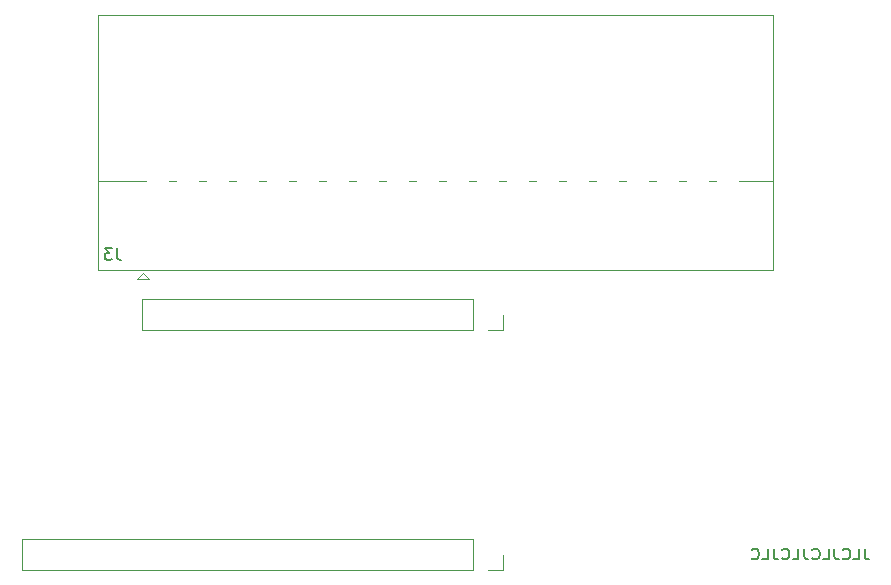
<source format=gbo>
G04 #@! TF.GenerationSoftware,KiCad,Pcbnew,(6.0.5-0)*
G04 #@! TF.CreationDate,2022-06-07T21:37:56+01:00*
G04 #@! TF.ProjectId,microbit_eink_feather_adaptor,6d696372-6f62-4697-945f-65696e6b5f66,rev?*
G04 #@! TF.SameCoordinates,Original*
G04 #@! TF.FileFunction,Legend,Bot*
G04 #@! TF.FilePolarity,Positive*
%FSLAX46Y46*%
G04 Gerber Fmt 4.6, Leading zero omitted, Abs format (unit mm)*
G04 Created by KiCad (PCBNEW (6.0.5-0)) date 2022-06-07 21:37:56*
%MOMM*%
%LPD*%
G01*
G04 APERTURE LIST*
%ADD10C,0.150000*%
%ADD11C,0.120000*%
%ADD12C,2.700000*%
%ADD13R,1.500000X1.500000*%
%ADD14C,1.500000*%
%ADD15R,1.700000X1.700000*%
%ADD16O,1.700000X1.700000*%
G04 APERTURE END LIST*
D10*
X127174047Y-97297142D02*
X127174047Y-97940000D01*
X127221666Y-98068571D01*
X127316904Y-98154285D01*
X127459761Y-98197142D01*
X127555000Y-98197142D01*
X126221666Y-98197142D02*
X126697857Y-98197142D01*
X126697857Y-97297142D01*
X125316904Y-98111428D02*
X125364523Y-98154285D01*
X125507380Y-98197142D01*
X125602619Y-98197142D01*
X125745476Y-98154285D01*
X125840714Y-98068571D01*
X125888333Y-97982857D01*
X125935952Y-97811428D01*
X125935952Y-97682857D01*
X125888333Y-97511428D01*
X125840714Y-97425714D01*
X125745476Y-97340000D01*
X125602619Y-97297142D01*
X125507380Y-97297142D01*
X125364523Y-97340000D01*
X125316904Y-97382857D01*
X124602619Y-97297142D02*
X124602619Y-97940000D01*
X124650238Y-98068571D01*
X124745476Y-98154285D01*
X124888333Y-98197142D01*
X124983571Y-98197142D01*
X123650238Y-98197142D02*
X124126428Y-98197142D01*
X124126428Y-97297142D01*
X122745476Y-98111428D02*
X122793095Y-98154285D01*
X122935952Y-98197142D01*
X123031190Y-98197142D01*
X123174047Y-98154285D01*
X123269285Y-98068571D01*
X123316904Y-97982857D01*
X123364523Y-97811428D01*
X123364523Y-97682857D01*
X123316904Y-97511428D01*
X123269285Y-97425714D01*
X123174047Y-97340000D01*
X123031190Y-97297142D01*
X122935952Y-97297142D01*
X122793095Y-97340000D01*
X122745476Y-97382857D01*
X122031190Y-97297142D02*
X122031190Y-97940000D01*
X122078809Y-98068571D01*
X122174047Y-98154285D01*
X122316904Y-98197142D01*
X122412142Y-98197142D01*
X121078809Y-98197142D02*
X121555000Y-98197142D01*
X121555000Y-97297142D01*
X120174047Y-98111428D02*
X120221666Y-98154285D01*
X120364523Y-98197142D01*
X120459761Y-98197142D01*
X120602619Y-98154285D01*
X120697857Y-98068571D01*
X120745476Y-97982857D01*
X120793095Y-97811428D01*
X120793095Y-97682857D01*
X120745476Y-97511428D01*
X120697857Y-97425714D01*
X120602619Y-97340000D01*
X120459761Y-97297142D01*
X120364523Y-97297142D01*
X120221666Y-97340000D01*
X120174047Y-97382857D01*
X119459761Y-97297142D02*
X119459761Y-97940000D01*
X119507380Y-98068571D01*
X119602619Y-98154285D01*
X119745476Y-98197142D01*
X119840714Y-98197142D01*
X118507380Y-98197142D02*
X118983571Y-98197142D01*
X118983571Y-97297142D01*
X117602619Y-98111428D02*
X117650238Y-98154285D01*
X117793095Y-98197142D01*
X117888333Y-98197142D01*
X118031190Y-98154285D01*
X118126428Y-98068571D01*
X118174047Y-97982857D01*
X118221666Y-97811428D01*
X118221666Y-97682857D01*
X118174047Y-97511428D01*
X118126428Y-97425714D01*
X118031190Y-97340000D01*
X117888333Y-97297142D01*
X117793095Y-97297142D01*
X117650238Y-97340000D01*
X117602619Y-97382857D01*
X63833333Y-71842380D02*
X63833333Y-72556666D01*
X63880952Y-72699523D01*
X63976190Y-72794761D01*
X64119047Y-72842380D01*
X64214285Y-72842380D01*
X63452380Y-71842380D02*
X62833333Y-71842380D01*
X63166666Y-72223333D01*
X63023809Y-72223333D01*
X62928571Y-72270952D01*
X62880952Y-72318571D01*
X62833333Y-72413809D01*
X62833333Y-72651904D01*
X62880952Y-72747142D01*
X62928571Y-72794761D01*
X63023809Y-72842380D01*
X63309523Y-72842380D01*
X63404761Y-72794761D01*
X63452380Y-72747142D01*
D11*
X96210000Y-66190000D02*
X96831000Y-66190000D01*
X78430000Y-66190000D02*
X79051000Y-66190000D01*
X116530000Y-66190000D02*
X119370000Y-66190000D01*
X119370000Y-52070000D02*
X119370000Y-73680000D01*
X91130000Y-66190000D02*
X91751000Y-66190000D01*
X98750000Y-66190000D02*
X99371000Y-66190000D01*
X62240000Y-66190000D02*
X66351000Y-66190000D01*
X83510000Y-66190000D02*
X84131000Y-66190000D01*
X93670000Y-66190000D02*
X94291000Y-66190000D01*
X86050000Y-66190000D02*
X86671000Y-66190000D01*
X101290000Y-66190000D02*
X101911000Y-66190000D01*
X62240000Y-52070000D02*
X119370000Y-52070000D01*
X113990000Y-66190000D02*
X114611000Y-66190000D01*
X111450000Y-66190000D02*
X112071000Y-66190000D01*
X68270000Y-66190000D02*
X68891000Y-66190000D01*
X73350000Y-66190000D02*
X73971000Y-66190000D01*
X108910000Y-66190000D02*
X109531000Y-66190000D01*
X80970000Y-66190000D02*
X81591000Y-66190000D01*
X119370000Y-73680000D02*
X62240000Y-73680000D01*
X75890000Y-66190000D02*
X76511000Y-66190000D01*
X88590000Y-66190000D02*
X89211000Y-66190000D01*
X70810000Y-66190000D02*
X71431000Y-66190000D01*
X106370000Y-66190000D02*
X106991000Y-66190000D01*
X62240000Y-73680000D02*
X62240000Y-52070000D01*
X66040000Y-73920000D02*
X65540000Y-74420000D01*
X103830000Y-66190000D02*
X104451000Y-66190000D01*
X66540000Y-74420000D02*
X66040000Y-73920000D01*
X65540000Y-74420000D02*
X66540000Y-74420000D01*
X93980000Y-99120000D02*
X93980000Y-96460000D01*
X96580000Y-99120000D02*
X96580000Y-97790000D01*
X93980000Y-99120000D02*
X55820000Y-99120000D01*
X55820000Y-99120000D02*
X55820000Y-96460000D01*
X95250000Y-99120000D02*
X96580000Y-99120000D01*
X93980000Y-96460000D02*
X55820000Y-96460000D01*
X93980000Y-76140000D02*
X65980000Y-76140000D01*
X93980000Y-78800000D02*
X65980000Y-78800000D01*
X93980000Y-78800000D02*
X93980000Y-76140000D01*
X96580000Y-78800000D02*
X96580000Y-77470000D01*
X95250000Y-78800000D02*
X96580000Y-78800000D01*
X65980000Y-78800000D02*
X65980000Y-76140000D01*
%LPC*%
D12*
X53975000Y-66675000D03*
X127635000Y-66675000D03*
D13*
X66040000Y-72390000D03*
D14*
X66040000Y-68590000D03*
X67310000Y-70490000D03*
X67310000Y-66690000D03*
X68580000Y-72390000D03*
X68580000Y-68590000D03*
X69850000Y-70490000D03*
X69850000Y-66690000D03*
X71120000Y-72390000D03*
X71120000Y-68590000D03*
X72390000Y-70490000D03*
X72390000Y-66690000D03*
X73660000Y-72390000D03*
X73660000Y-68590000D03*
X74930000Y-70490000D03*
X74930000Y-66690000D03*
X76200000Y-72390000D03*
X76200000Y-68590000D03*
X77470000Y-70490000D03*
X77470000Y-66690000D03*
X78740000Y-72390000D03*
X78740000Y-68590000D03*
X80010000Y-70490000D03*
X80010000Y-66690000D03*
X81280000Y-72390000D03*
X81280000Y-68590000D03*
X82550000Y-70490000D03*
X82550000Y-66690000D03*
X83820000Y-72390000D03*
X83820000Y-68590000D03*
X85090000Y-70490000D03*
X85090000Y-66690000D03*
X86360000Y-72390000D03*
X86360000Y-68590000D03*
X87630000Y-70490000D03*
X87630000Y-66690000D03*
X88900000Y-72390000D03*
X88900000Y-68590000D03*
X90170000Y-70490000D03*
X90170000Y-66690000D03*
X91440000Y-72390000D03*
X91440000Y-68590000D03*
X92710000Y-70490000D03*
X92710000Y-66690000D03*
X93980000Y-72390000D03*
X93980000Y-68590000D03*
X95250000Y-70490000D03*
X95250000Y-66690000D03*
X96520000Y-72390000D03*
X96520000Y-68590000D03*
X97790000Y-70490000D03*
X97790000Y-66690000D03*
X99060000Y-72390000D03*
X99060000Y-68590000D03*
X100330000Y-70490000D03*
X100330000Y-66690000D03*
X101600000Y-72390000D03*
X101600000Y-68590000D03*
X102870000Y-70490000D03*
X102870000Y-66690000D03*
X104140000Y-72390000D03*
X104140000Y-68590000D03*
X105410000Y-70490000D03*
X105410000Y-66690000D03*
X106680000Y-72390000D03*
X106680000Y-68590000D03*
X107950000Y-70490000D03*
X107950000Y-66690000D03*
X109220000Y-72390000D03*
X109220000Y-68590000D03*
X110490000Y-70490000D03*
X110490000Y-66690000D03*
X111760000Y-72390000D03*
X111760000Y-68590000D03*
X113030000Y-70490000D03*
X113030000Y-66690000D03*
X114300000Y-72390000D03*
X114300000Y-68590000D03*
X115570000Y-70490000D03*
X115570000Y-66690000D03*
D15*
X95250000Y-97790000D03*
D16*
X92710000Y-97790000D03*
X90170000Y-97790000D03*
X87630000Y-97790000D03*
X85090000Y-97790000D03*
X82550000Y-97790000D03*
X80010000Y-97790000D03*
X77470000Y-97790000D03*
X74930000Y-97790000D03*
X72390000Y-97790000D03*
X69850000Y-97790000D03*
X67310000Y-97790000D03*
X64770000Y-97790000D03*
X62230000Y-97790000D03*
X59690000Y-97790000D03*
X57150000Y-97790000D03*
X67310000Y-77470000D03*
X69850000Y-77470000D03*
X72390000Y-77470000D03*
X74930000Y-77470000D03*
X77470000Y-77470000D03*
X80010000Y-77470000D03*
X82550000Y-77470000D03*
X85090000Y-77470000D03*
X87630000Y-77470000D03*
X90170000Y-77470000D03*
X92710000Y-77470000D03*
D15*
X95250000Y-77470000D03*
M02*

</source>
